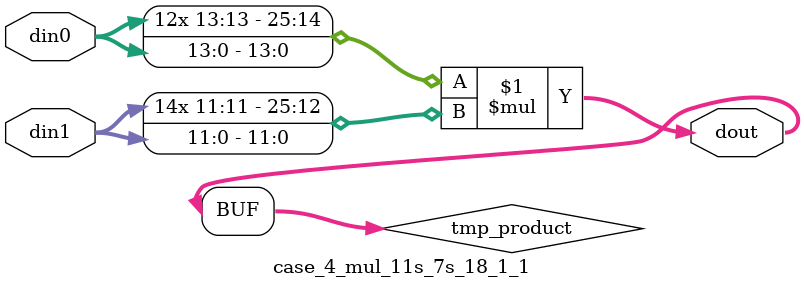
<source format=v>

`timescale 1 ns / 1 ps

 (* use_dsp = "no" *)  module case_4_mul_11s_7s_18_1_1(din0, din1, dout);
parameter ID = 1;
parameter NUM_STAGE = 0;
parameter din0_WIDTH = 14;
parameter din1_WIDTH = 12;
parameter dout_WIDTH = 26;

input [din0_WIDTH - 1 : 0] din0; 
input [din1_WIDTH - 1 : 0] din1; 
output [dout_WIDTH - 1 : 0] dout;

wire signed [dout_WIDTH - 1 : 0] tmp_product;



























assign tmp_product = $signed(din0) * $signed(din1);








assign dout = tmp_product;





















endmodule

</source>
